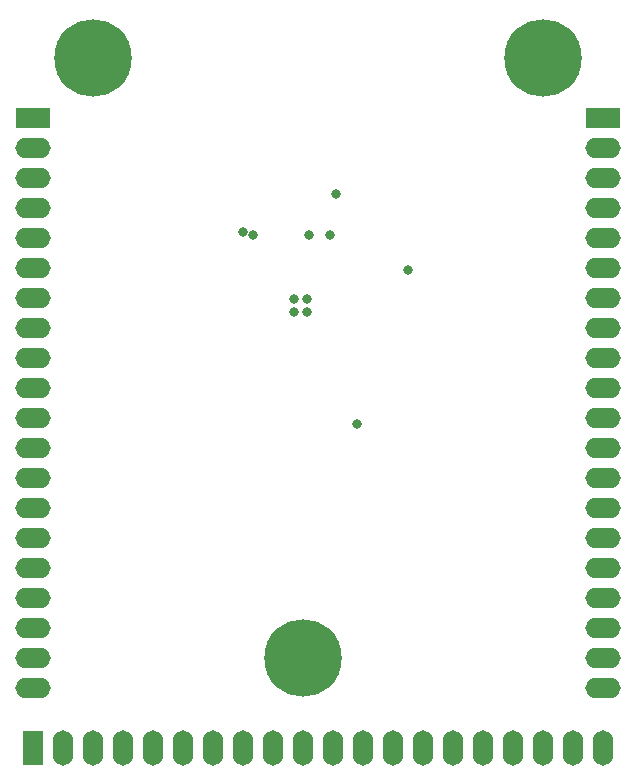
<source format=gbs>
G04*
G04 #@! TF.GenerationSoftware,Altium Limited,Altium Designer,19.0.14 (431)*
G04*
G04 Layer_Color=16711935*
%FSLAX25Y25*%
%MOIN*%
G70*
G01*
G75*
%ADD29C,0.25800*%
%ADD30R,0.11800X0.06800*%
%ADD31O,0.11800X0.06800*%
%ADD32R,0.06800X0.11800*%
%ADD33O,0.06800X0.11800*%
%ADD34C,0.03200*%
%ADD35C,0.03162*%
D29*
X98000Y38000D02*
D03*
X28000Y238000D02*
D03*
X178000D02*
D03*
D30*
X8000Y218000D02*
D03*
X198000D02*
D03*
D31*
X8000Y208000D02*
D03*
Y198000D02*
D03*
Y188000D02*
D03*
Y178000D02*
D03*
Y168000D02*
D03*
Y158000D02*
D03*
Y148000D02*
D03*
Y138000D02*
D03*
Y128000D02*
D03*
Y118000D02*
D03*
Y108000D02*
D03*
Y98000D02*
D03*
Y88000D02*
D03*
Y78000D02*
D03*
Y68000D02*
D03*
Y58000D02*
D03*
Y48000D02*
D03*
Y38000D02*
D03*
Y28000D02*
D03*
X198000Y208000D02*
D03*
Y198000D02*
D03*
Y188000D02*
D03*
Y178000D02*
D03*
Y168000D02*
D03*
Y158000D02*
D03*
Y148000D02*
D03*
Y138000D02*
D03*
Y128000D02*
D03*
Y118000D02*
D03*
Y108000D02*
D03*
Y98000D02*
D03*
Y88000D02*
D03*
Y78000D02*
D03*
Y68000D02*
D03*
Y58000D02*
D03*
Y48000D02*
D03*
Y38000D02*
D03*
Y28000D02*
D03*
D32*
X8000Y8000D02*
D03*
D33*
X18000D02*
D03*
X28000D02*
D03*
X38000D02*
D03*
X48000D02*
D03*
X58000D02*
D03*
X68000D02*
D03*
X78000D02*
D03*
X88000D02*
D03*
X98000D02*
D03*
X108000D02*
D03*
X118000D02*
D03*
X128000D02*
D03*
X138000D02*
D03*
X148000D02*
D03*
X158000D02*
D03*
X168000D02*
D03*
X178000D02*
D03*
X188000D02*
D03*
X198000D02*
D03*
D34*
X116106Y116000D02*
D03*
X133000Y167213D02*
D03*
X109000Y192500D02*
D03*
X78000Y179839D02*
D03*
X81500Y178850D02*
D03*
X100000D02*
D03*
X106965Y179032D02*
D03*
D35*
X99288Y157567D02*
D03*
Y153236D02*
D03*
X94957Y157567D02*
D03*
X94957Y153236D02*
D03*
M02*

</source>
